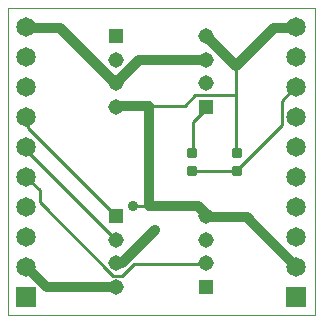
<source format=gtl>
G75*
%MOIN*%
%OFA0B0*%
%FSLAX25Y25*%
%IPPOS*%
%LPD*%
%AMOC8*
5,1,8,0,0,1.08239X$1,22.5*
%
%ADD10C,0.00000*%
%ADD11R,0.05150X0.05150*%
%ADD12C,0.05150*%
%ADD13R,0.06500X0.06500*%
%ADD14C,0.06500*%
%ADD15C,0.00875*%
%ADD16C,0.01000*%
%ADD17C,0.03200*%
%ADD18C,0.03600*%
%ADD19C,0.00600*%
D10*
X0001000Y0001000D02*
X0103500Y0001039D01*
X0103500Y0103500D01*
X0001000Y0103500D01*
X0001000Y0001000D01*
D11*
X0037250Y0034061D03*
X0067250Y0010439D03*
X0067250Y0070439D03*
X0037250Y0094061D03*
D12*
X0037250Y0086187D03*
X0037250Y0078313D03*
X0037250Y0070439D03*
X0067250Y0078313D03*
X0067250Y0086187D03*
X0067250Y0094061D03*
X0067250Y0034061D03*
X0067250Y0026187D03*
X0067250Y0018313D03*
X0037250Y0018313D03*
X0037250Y0026187D03*
X0037250Y0010439D03*
D13*
X0007250Y0007250D03*
X0097250Y0007250D03*
D14*
X0097250Y0017250D03*
X0097250Y0027250D03*
X0097250Y0037250D03*
X0097250Y0047250D03*
X0097250Y0057250D03*
X0097250Y0067250D03*
X0097250Y0077250D03*
X0097250Y0087250D03*
X0097250Y0097250D03*
X0007250Y0097250D03*
X0007250Y0087250D03*
X0007250Y0077250D03*
X0007250Y0067250D03*
X0007250Y0057250D03*
X0007250Y0047250D03*
X0007250Y0037250D03*
X0007250Y0027250D03*
X0007250Y0017250D03*
D15*
X0063563Y0047937D02*
X0063563Y0050563D01*
X0063563Y0047937D02*
X0060937Y0047937D01*
X0060937Y0050563D01*
X0063563Y0050563D01*
X0063563Y0048811D02*
X0060937Y0048811D01*
X0060937Y0049685D02*
X0063563Y0049685D01*
X0063563Y0050559D02*
X0060937Y0050559D01*
X0063563Y0053937D02*
X0063563Y0056563D01*
X0063563Y0053937D02*
X0060937Y0053937D01*
X0060937Y0056563D01*
X0063563Y0056563D01*
X0063563Y0054811D02*
X0060937Y0054811D01*
X0060937Y0055685D02*
X0063563Y0055685D01*
X0063563Y0056559D02*
X0060937Y0056559D01*
X0075937Y0056563D02*
X0075937Y0053937D01*
X0075937Y0056563D02*
X0078563Y0056563D01*
X0078563Y0053937D01*
X0075937Y0053937D01*
X0075937Y0054811D02*
X0078563Y0054811D01*
X0078563Y0055685D02*
X0075937Y0055685D01*
X0075937Y0056559D02*
X0078563Y0056559D01*
X0075937Y0050563D02*
X0075937Y0047937D01*
X0075937Y0050563D02*
X0078563Y0050563D01*
X0078563Y0047937D01*
X0075937Y0047937D01*
X0075937Y0048811D02*
X0078563Y0048811D01*
X0078563Y0049685D02*
X0075937Y0049685D01*
X0075937Y0050559D02*
X0078563Y0050559D01*
D16*
X0077950Y0050050D02*
X0077250Y0049250D01*
X0077050Y0049150D01*
X0062650Y0049150D01*
X0062250Y0049250D01*
X0062250Y0055250D02*
X0062650Y0055450D01*
X0062650Y0065350D01*
X0067150Y0069850D01*
X0067250Y0070439D01*
X0063550Y0074350D02*
X0077050Y0074350D01*
X0077050Y0055450D01*
X0077250Y0055250D01*
X0077950Y0050050D02*
X0092350Y0064450D01*
X0092350Y0072550D01*
X0096850Y0077050D01*
X0097250Y0077250D01*
X0077050Y0074350D02*
X0077050Y0084250D01*
X0067250Y0086187D02*
X0067150Y0086050D01*
X0063550Y0074350D02*
X0059950Y0070750D01*
X0048250Y0070750D01*
X0037250Y0078313D02*
X0036550Y0078850D01*
X0037250Y0078313D02*
X0037450Y0078850D01*
X0007750Y0067150D02*
X0007750Y0063550D01*
X0036550Y0034750D01*
X0037250Y0034061D01*
X0037450Y0033850D01*
X0042850Y0037450D02*
X0048250Y0037450D01*
X0037250Y0026187D02*
X0036550Y0026650D01*
X0007750Y0055450D01*
X0007750Y0057250D01*
X0007250Y0057250D01*
X0007250Y0047250D02*
X0011650Y0042850D01*
X0011650Y0038650D01*
X0036150Y0014150D01*
X0039150Y0014150D01*
X0043250Y0018250D01*
X0066850Y0018250D01*
X0067250Y0034061D02*
X0067150Y0034750D01*
X0037250Y0010439D02*
X0036550Y0010450D01*
X0007750Y0067150D02*
X0007250Y0067250D01*
D17*
X0007750Y0096850D02*
X0007250Y0097250D01*
X0007750Y0096850D02*
X0018550Y0096850D01*
X0036550Y0078850D01*
X0037450Y0078850D02*
X0044650Y0086050D01*
X0067150Y0086050D01*
X0068050Y0093250D02*
X0067250Y0094061D01*
X0068050Y0093250D02*
X0077050Y0084250D01*
X0089650Y0096850D01*
X0096850Y0096850D01*
X0097250Y0097250D01*
X0048250Y0070750D02*
X0048250Y0037450D01*
X0064450Y0037450D01*
X0067150Y0034750D01*
X0067250Y0034061D02*
X0068050Y0033850D01*
X0080650Y0033850D01*
X0097250Y0017250D01*
X0050050Y0029350D02*
X0039250Y0018550D01*
X0037450Y0018550D01*
X0037250Y0018313D01*
X0036550Y0010450D02*
X0014050Y0010450D01*
X0007250Y0017250D01*
X0037250Y0070439D02*
X0037450Y0070750D01*
X0048250Y0070750D01*
D18*
X0042850Y0037450D03*
X0050050Y0029350D03*
D19*
X0066850Y0018250D02*
X0067250Y0018313D01*
M02*

</source>
